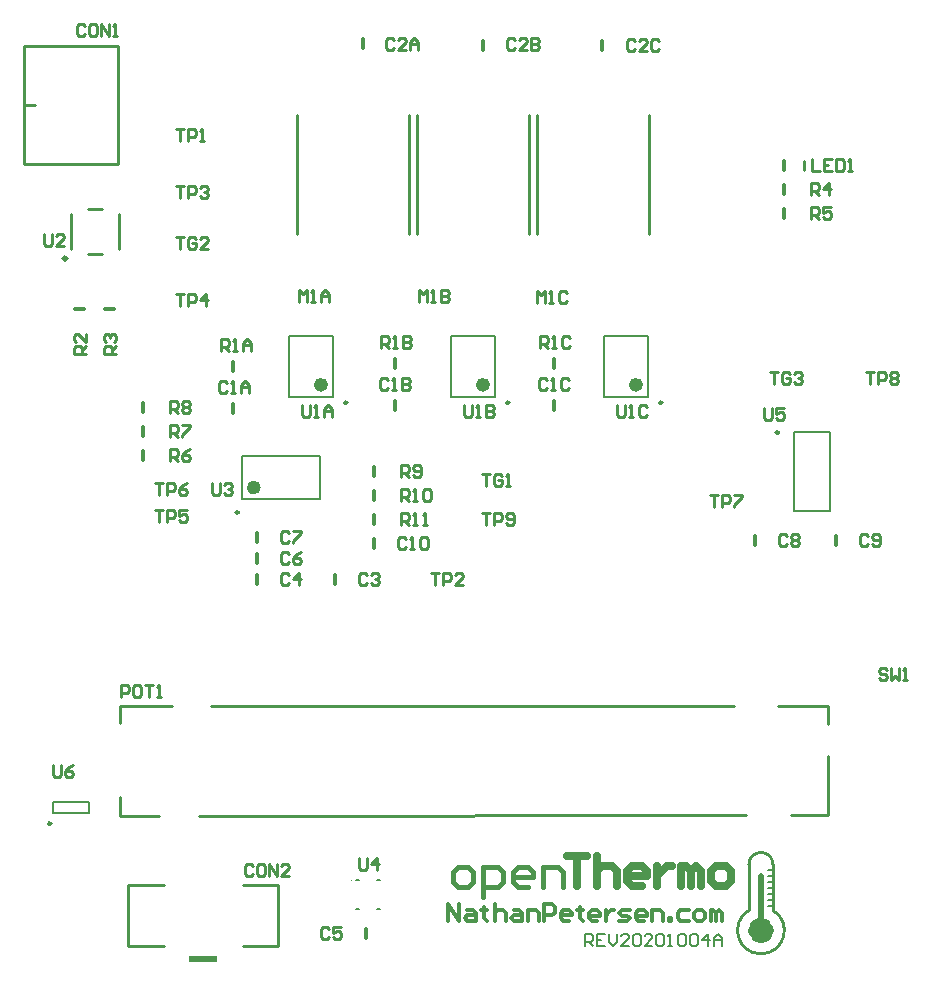
<source format=gto>
G04*
G04 #@! TF.GenerationSoftware,Altium Limited,Altium Designer,19.1.8 (144)*
G04*
G04 Layer_Color=65535*
%FSLAX25Y25*%
%MOIN*%
G70*
G01*
G75*
%ADD10C,0.00984*%
%ADD11C,0.00394*%
%ADD12C,0.02362*%
%ADD13C,0.01181*%
%ADD14C,0.01000*%
%ADD15C,0.04500*%
%ADD16C,0.00787*%
%ADD17C,0.01200*%
%ADD18C,0.00600*%
%ADD19C,0.02000*%
%ADD20C,0.02500*%
%ADD21C,0.00800*%
%ADD22C,0.01500*%
%ADD23R,0.09449X0.01968*%
D10*
X109406Y148685D02*
G03*
X109406Y148685I-492J0D01*
G01*
X351976Y278992D02*
G03*
X351976Y278992I-492J0D01*
G01*
X171925Y252386D02*
G03*
X171925Y252386I-492J0D01*
G01*
X313106Y288992D02*
G03*
X313106Y288992I-492J0D01*
G01*
X262106D02*
G03*
X262106Y288992I-492J0D01*
G01*
X208106D02*
G03*
X208106Y288992I-492J0D01*
G01*
D11*
X209488Y129724D02*
G03*
X209488Y129724I-197J0D01*
G01*
D12*
X178126Y260653D02*
G03*
X178126Y260653I-1181J0D01*
G01*
X305528Y294898D02*
G03*
X305528Y294898I-1181J0D01*
G01*
X254528D02*
G03*
X254528Y294898I-1181J0D01*
G01*
X200528D02*
G03*
X200528Y294898I-1181J0D01*
G01*
D13*
X114591Y337000D02*
G03*
X114591Y337000I-591J0D01*
G01*
D14*
X350000Y135000D02*
G03*
X342000Y135000I-4000J0D01*
G01*
Y119708D02*
G03*
X350000Y119708I4000J-6708D01*
G01*
X132049Y340094D02*
Y351905D01*
X121638Y353500D02*
X126362D01*
X115951Y340094D02*
Y351905D01*
X121638Y338500D02*
X126362D01*
X132283Y151102D02*
Y157402D01*
Y151102D02*
X145276D01*
X158661D02*
X340945Y151496D01*
X162598Y187716D02*
X337008D01*
X351575D02*
X368504D01*
Y181811D02*
Y187716D01*
X355906Y151496D02*
X368504D01*
Y171181D01*
X132283Y182205D02*
Y187716D01*
X149606D01*
X308701Y345315D02*
Y384685D01*
X271299Y345315D02*
Y384685D01*
X268701Y345315D02*
Y384685D01*
X231299Y345315D02*
Y384685D01*
X228701Y345315D02*
Y384685D01*
X191299Y345315D02*
Y384685D01*
X360287Y366500D02*
Y368000D01*
Y369500D01*
X135098Y128039D02*
X146909D01*
X135098Y107961D02*
X146909D01*
X173287D02*
X185098D01*
X173287Y128039D02*
X185098D01*
Y107961D02*
Y128039D01*
X135098Y107961D02*
Y128039D01*
X100252Y368473D02*
Y407842D01*
Y368473D02*
X131748D01*
X100252Y407842D02*
X131748D01*
Y368473D02*
Y407842D01*
X100252Y388158D02*
X104189D01*
X342000Y119708D02*
Y135000D01*
X350000Y119708D02*
Y135000D01*
X120666Y414332D02*
X119999Y414999D01*
X118667D01*
X118000Y414332D01*
Y411666D01*
X118667Y411000D01*
X119999D01*
X120666Y411666D01*
X123998Y414999D02*
X122665D01*
X121999Y414332D01*
Y411666D01*
X122665Y411000D01*
X123998D01*
X124664Y411666D01*
Y414332D01*
X123998Y414999D01*
X125997Y411000D02*
Y414999D01*
X128663Y411000D01*
Y414999D01*
X129996Y411000D02*
X131329D01*
X130663D01*
Y414999D01*
X129996Y414332D01*
X110000Y167999D02*
Y164666D01*
X110667Y164000D01*
X111999D01*
X112666Y164666D01*
Y167999D01*
X116665D02*
X115332Y167332D01*
X113999Y165999D01*
Y164666D01*
X114665Y164000D01*
X115998D01*
X116665Y164666D01*
Y165333D01*
X115998Y165999D01*
X113999D01*
X176666Y134332D02*
X175999Y134999D01*
X174667D01*
X174000Y134332D01*
Y131667D01*
X174667Y131000D01*
X175999D01*
X176666Y131667D01*
X179998Y134999D02*
X178665D01*
X177999Y134332D01*
Y131667D01*
X178665Y131000D01*
X179998D01*
X180665Y131667D01*
Y134332D01*
X179998Y134999D01*
X181997Y131000D02*
Y134999D01*
X184663Y131000D01*
Y134999D01*
X188662Y131000D02*
X185996D01*
X188662Y133666D01*
Y134332D01*
X187996Y134999D01*
X186663D01*
X185996Y134332D01*
X132622Y190732D02*
Y194731D01*
X134621D01*
X135288Y194064D01*
Y192732D01*
X134621Y192065D01*
X132622D01*
X138620Y194731D02*
X137287D01*
X136621Y194064D01*
Y191399D01*
X137287Y190732D01*
X138620D01*
X139287Y191399D01*
Y194064D01*
X138620Y194731D01*
X140620D02*
X143285D01*
X141952D01*
Y190732D01*
X144618D02*
X145951D01*
X145285D01*
Y194731D01*
X144618Y194064D01*
X212000Y136999D02*
Y133667D01*
X212666Y133000D01*
X213999D01*
X214666Y133667D01*
Y136999D01*
X217998Y133000D02*
Y136999D01*
X215999Y134999D01*
X218665D01*
X202166Y113332D02*
X201499Y113999D01*
X200167D01*
X199500Y113332D01*
Y110667D01*
X200167Y110000D01*
X201499D01*
X202166Y110667D01*
X206165Y113999D02*
X203499D01*
Y111999D01*
X204832Y112666D01*
X205498D01*
X206165Y111999D01*
Y110667D01*
X205498Y110000D01*
X204165D01*
X203499Y110667D01*
X192000Y322500D02*
Y326499D01*
X193333Y325166D01*
X194666Y326499D01*
Y322500D01*
X195999D02*
X197332D01*
X196665D01*
Y326499D01*
X195999Y325832D01*
X199331Y322500D02*
Y325166D01*
X200664Y326499D01*
X201997Y325166D01*
Y322500D01*
Y324499D01*
X199331D01*
X232000Y322500D02*
Y326499D01*
X233333Y325166D01*
X234666Y326499D01*
Y322500D01*
X235999D02*
X237332D01*
X236665D01*
Y326499D01*
X235999Y325832D01*
X239331Y326499D02*
Y322500D01*
X241330D01*
X241997Y323166D01*
Y323833D01*
X241330Y324499D01*
X239331D01*
X241330D01*
X241997Y325166D01*
Y325832D01*
X241330Y326499D01*
X239331D01*
X271500Y322000D02*
Y325999D01*
X272833Y324666D01*
X274166Y325999D01*
Y322000D01*
X275499D02*
X276832D01*
X276165D01*
Y325999D01*
X275499Y325332D01*
X281497D02*
X280830Y325999D01*
X279497D01*
X278831Y325332D01*
Y322666D01*
X279497Y322000D01*
X280830D01*
X281497Y322666D01*
X151000Y343999D02*
X153666D01*
X152333D01*
Y340000D01*
X157665Y343332D02*
X156998Y343999D01*
X155665D01*
X154999Y343332D01*
Y340666D01*
X155665Y340000D01*
X156998D01*
X157665Y340666D01*
Y341999D01*
X156332D01*
X161663Y340000D02*
X158997D01*
X161663Y342666D01*
Y343332D01*
X160997Y343999D01*
X159664D01*
X158997Y343332D01*
X349000Y298999D02*
X351666D01*
X350333D01*
Y295000D01*
X355664Y298332D02*
X354998Y298999D01*
X353665D01*
X352999Y298332D01*
Y295666D01*
X353665Y295000D01*
X354998D01*
X355664Y295666D01*
Y296999D01*
X354332D01*
X356997Y298332D02*
X357664Y298999D01*
X358997D01*
X359663Y298332D01*
Y297666D01*
X358997Y296999D01*
X358330D01*
X358997D01*
X359663Y296333D01*
Y295666D01*
X358997Y295000D01*
X357664D01*
X356997Y295666D01*
X253000Y264999D02*
X255666D01*
X254333D01*
Y261000D01*
X259665Y264332D02*
X258998Y264999D01*
X257665D01*
X256999Y264332D01*
Y261666D01*
X257665Y261000D01*
X258998D01*
X259665Y261666D01*
Y262999D01*
X258332D01*
X260997Y261000D02*
X262330D01*
X261664D01*
Y264999D01*
X260997Y264332D01*
X151000Y379999D02*
X153666D01*
X152333D01*
Y376000D01*
X154999D02*
Y379999D01*
X156998D01*
X157665Y379332D01*
Y377999D01*
X156998Y377333D01*
X154999D01*
X158997Y376000D02*
X160330D01*
X159664D01*
Y379999D01*
X158997Y379332D01*
X236000Y231999D02*
X238666D01*
X237333D01*
Y228000D01*
X239999D02*
Y231999D01*
X241998D01*
X242665Y231332D01*
Y229999D01*
X241998Y229333D01*
X239999D01*
X246663Y228000D02*
X243997D01*
X246663Y230666D01*
Y231332D01*
X245997Y231999D01*
X244664D01*
X243997Y231332D01*
X151000Y360999D02*
X153666D01*
X152333D01*
Y357000D01*
X154999D02*
Y360999D01*
X156998D01*
X157665Y360332D01*
Y358999D01*
X156998Y358333D01*
X154999D01*
X158997Y360332D02*
X159664Y360999D01*
X160997D01*
X161663Y360332D01*
Y359666D01*
X160997Y358999D01*
X160330D01*
X160997D01*
X161663Y358333D01*
Y357666D01*
X160997Y357000D01*
X159664D01*
X158997Y357666D01*
X151000Y324999D02*
X153666D01*
X152333D01*
Y321000D01*
X154999D02*
Y324999D01*
X156998D01*
X157665Y324332D01*
Y322999D01*
X156998Y322333D01*
X154999D01*
X160997Y321000D02*
Y324999D01*
X158997Y322999D01*
X161663D01*
X144000Y252999D02*
X146666D01*
X145333D01*
Y249000D01*
X147999D02*
Y252999D01*
X149998D01*
X150664Y252332D01*
Y250999D01*
X149998Y250333D01*
X147999D01*
X154663Y252999D02*
X151997D01*
Y250999D01*
X153330Y251666D01*
X153997D01*
X154663Y250999D01*
Y249666D01*
X153997Y249000D01*
X152664D01*
X151997Y249666D01*
X144000Y261999D02*
X146666D01*
X145333D01*
Y258000D01*
X147999D02*
Y261999D01*
X149998D01*
X150664Y261332D01*
Y259999D01*
X149998Y259333D01*
X147999D01*
X154663Y261999D02*
X153330Y261332D01*
X151997Y259999D01*
Y258666D01*
X152664Y258000D01*
X153997D01*
X154663Y258666D01*
Y259333D01*
X153997Y259999D01*
X151997D01*
X381000Y298999D02*
X383666D01*
X382333D01*
Y295000D01*
X384999D02*
Y298999D01*
X386998D01*
X387665Y298332D01*
Y296999D01*
X386998Y296333D01*
X384999D01*
X388997Y298332D02*
X389664Y298999D01*
X390997D01*
X391663Y298332D01*
Y297666D01*
X390997Y296999D01*
X391663Y296333D01*
Y295666D01*
X390997Y295000D01*
X389664D01*
X388997Y295666D01*
Y296333D01*
X389664Y296999D01*
X388997Y297666D01*
Y298332D01*
X389664Y296999D02*
X390997D01*
X329000Y257999D02*
X331666D01*
X330333D01*
Y254000D01*
X332999D02*
Y257999D01*
X334998D01*
X335665Y257332D01*
Y255999D01*
X334998Y255333D01*
X332999D01*
X336997Y257999D02*
X339663D01*
Y257332D01*
X336997Y254666D01*
Y254000D01*
X253000Y251999D02*
X255666D01*
X254333D01*
Y248000D01*
X256999D02*
Y251999D01*
X258998D01*
X259665Y251332D01*
Y249999D01*
X258998Y249333D01*
X256999D01*
X260997Y248666D02*
X261664Y248000D01*
X262997D01*
X263663Y248666D01*
Y251332D01*
X262997Y251999D01*
X261664D01*
X260997Y251332D01*
Y250666D01*
X261664Y249999D01*
X263663D01*
X214666Y231332D02*
X213999Y231999D01*
X212666D01*
X212000Y231332D01*
Y228666D01*
X212666Y228000D01*
X213999D01*
X214666Y228666D01*
X215999Y231332D02*
X216665Y231999D01*
X217998D01*
X218665Y231332D01*
Y230666D01*
X217998Y229999D01*
X217332D01*
X217998D01*
X218665Y229333D01*
Y228666D01*
X217998Y228000D01*
X216665D01*
X215999Y228666D01*
X149000Y269425D02*
Y273424D01*
X150999D01*
X151666Y272758D01*
Y271425D01*
X150999Y270758D01*
X149000D01*
X150333D02*
X151666Y269425D01*
X155665Y273424D02*
X154332Y272758D01*
X152999Y271425D01*
Y270092D01*
X153665Y269425D01*
X154998D01*
X155665Y270092D01*
Y270758D01*
X154998Y271425D01*
X152999D01*
X149000Y277425D02*
Y281424D01*
X150999D01*
X151666Y280757D01*
Y279425D01*
X150999Y278758D01*
X149000D01*
X150333D02*
X151666Y277425D01*
X152999Y281424D02*
X155665D01*
Y280757D01*
X152999Y278092D01*
Y277425D01*
X227666Y243332D02*
X226999Y243999D01*
X225666D01*
X225000Y243332D01*
Y240666D01*
X225666Y240000D01*
X226999D01*
X227666Y240666D01*
X228999Y240000D02*
X230332D01*
X229665D01*
Y243999D01*
X228999Y243332D01*
X232331D02*
X232997Y243999D01*
X234330D01*
X234997Y243332D01*
Y240666D01*
X234330Y240000D01*
X232997D01*
X232331Y240666D01*
Y243332D01*
X226000Y248000D02*
Y251999D01*
X227999D01*
X228666Y251332D01*
Y249999D01*
X227999Y249333D01*
X226000D01*
X227333D02*
X228666Y248000D01*
X229999D02*
X231332D01*
X230665D01*
Y251999D01*
X229999Y251332D01*
X233331Y248000D02*
X234664D01*
X233997D01*
Y251999D01*
X233331Y251332D01*
X226000Y256000D02*
Y259999D01*
X227999D01*
X228666Y259332D01*
Y257999D01*
X227999Y257333D01*
X226000D01*
X227333D02*
X228666Y256000D01*
X229999D02*
X231332D01*
X230665D01*
Y259999D01*
X229999Y259332D01*
X233331D02*
X233997Y259999D01*
X235330D01*
X235997Y259332D01*
Y256666D01*
X235330Y256000D01*
X233997D01*
X233331Y256666D01*
Y259332D01*
X226000Y264000D02*
Y267999D01*
X227999D01*
X228666Y267332D01*
Y265999D01*
X227999Y265333D01*
X226000D01*
X227333D02*
X228666Y264000D01*
X229999Y264666D02*
X230665Y264000D01*
X231998D01*
X232664Y264666D01*
Y267332D01*
X231998Y267999D01*
X230665D01*
X229999Y267332D01*
Y266666D01*
X230665Y265999D01*
X232664D01*
X381666Y244332D02*
X380999Y244999D01*
X379666D01*
X379000Y244332D01*
Y241666D01*
X379666Y241000D01*
X380999D01*
X381666Y241666D01*
X382999D02*
X383665Y241000D01*
X384998D01*
X385665Y241666D01*
Y244332D01*
X384998Y244999D01*
X383665D01*
X382999Y244332D01*
Y243666D01*
X383665Y242999D01*
X385665D01*
X354666Y244332D02*
X353999Y244999D01*
X352666D01*
X352000Y244332D01*
Y241666D01*
X352666Y241000D01*
X353999D01*
X354666Y241666D01*
X355999Y244332D02*
X356665Y244999D01*
X357998D01*
X358664Y244332D01*
Y243666D01*
X357998Y242999D01*
X358664Y242333D01*
Y241666D01*
X357998Y241000D01*
X356665D01*
X355999Y241666D01*
Y242333D01*
X356665Y242999D01*
X355999Y243666D01*
Y244332D01*
X356665Y242999D02*
X357998D01*
X121000Y305000D02*
X117001D01*
Y306999D01*
X117668Y307666D01*
X119001D01*
X119667Y306999D01*
Y305000D01*
Y306333D02*
X121000Y307666D01*
Y311665D02*
Y308999D01*
X118334Y311665D01*
X117668D01*
X117001Y310998D01*
Y309665D01*
X117668Y308999D01*
X131000Y305000D02*
X127001D01*
Y306999D01*
X127668Y307666D01*
X129001D01*
X129667Y306999D01*
Y305000D01*
Y306333D02*
X131000Y307666D01*
X127668Y308999D02*
X127001Y309665D01*
Y310998D01*
X127668Y311665D01*
X128334D01*
X129001Y310998D01*
Y310332D01*
Y310998D01*
X129667Y311665D01*
X130333D01*
X131000Y310998D01*
Y309665D01*
X130333Y308999D01*
X188666Y231332D02*
X187999Y231999D01*
X186667D01*
X186000Y231332D01*
Y228666D01*
X186667Y228000D01*
X187999D01*
X188666Y228666D01*
X191998Y228000D02*
Y231999D01*
X189999Y229999D01*
X192665D01*
X188666Y238332D02*
X187999Y238999D01*
X186667D01*
X186000Y238332D01*
Y235666D01*
X186667Y235000D01*
X187999D01*
X188666Y235666D01*
X192665Y238999D02*
X191332Y238332D01*
X189999Y236999D01*
Y235666D01*
X190665Y235000D01*
X191998D01*
X192665Y235666D01*
Y236333D01*
X191998Y236999D01*
X189999D01*
X188666Y245332D02*
X187999Y245999D01*
X186667D01*
X186000Y245332D01*
Y242666D01*
X186667Y242000D01*
X187999D01*
X188666Y242666D01*
X189999Y245999D02*
X192665D01*
Y245332D01*
X189999Y242666D01*
Y242000D01*
X149000Y285425D02*
Y289424D01*
X150999D01*
X151666Y288757D01*
Y287424D01*
X150999Y286758D01*
X149000D01*
X150333D02*
X151666Y285425D01*
X152999Y288757D02*
X153665Y289424D01*
X154998D01*
X155665Y288757D01*
Y288091D01*
X154998Y287424D01*
X155665Y286758D01*
Y286092D01*
X154998Y285425D01*
X153665D01*
X152999Y286092D01*
Y286758D01*
X153665Y287424D01*
X152999Y288091D01*
Y288757D01*
X153665Y287424D02*
X154998D01*
X362575Y350000D02*
Y353999D01*
X364574D01*
X365241Y353332D01*
Y351999D01*
X364574Y351333D01*
X362575D01*
X363908D02*
X365241Y350000D01*
X369239Y353999D02*
X366574D01*
Y351999D01*
X367906Y352666D01*
X368573D01*
X369239Y351999D01*
Y350666D01*
X368573Y350000D01*
X367240D01*
X366574Y350666D01*
X362787Y358000D02*
Y361999D01*
X364787D01*
X365453Y361332D01*
Y359999D01*
X364787Y359333D01*
X362787D01*
X364120D02*
X365453Y358000D01*
X368786D02*
Y361999D01*
X366786Y359999D01*
X369452D01*
X363134Y369999D02*
Y366000D01*
X365800D01*
X369798Y369999D02*
X367133D01*
Y366000D01*
X369798D01*
X367133Y367999D02*
X368465D01*
X371131Y369999D02*
Y366000D01*
X373131D01*
X373797Y366666D01*
Y369332D01*
X373131Y369999D01*
X371131D01*
X375130Y366000D02*
X376463D01*
X375796D01*
Y369999D01*
X375130Y369332D01*
X163000Y261999D02*
Y258666D01*
X163666Y258000D01*
X164999D01*
X165666Y258666D01*
Y261999D01*
X166999Y261332D02*
X167665Y261999D01*
X168998D01*
X169665Y261332D01*
Y260666D01*
X168998Y259999D01*
X168332D01*
X168998D01*
X169665Y259333D01*
Y258666D01*
X168998Y258000D01*
X167665D01*
X166999Y258666D01*
X107000Y344999D02*
Y341666D01*
X107667Y341000D01*
X108999D01*
X109666Y341666D01*
Y344999D01*
X113664Y341000D02*
X110999D01*
X113664Y343666D01*
Y344332D01*
X112998Y344999D01*
X111665D01*
X110999Y344332D01*
X221666Y296332D02*
X220999Y296999D01*
X219666D01*
X219000Y296332D01*
Y293666D01*
X219666Y293000D01*
X220999D01*
X221666Y293666D01*
X222999Y293000D02*
X224332D01*
X223665D01*
Y296999D01*
X222999Y296332D01*
X226331Y296999D02*
Y293000D01*
X228330D01*
X228997Y293666D01*
Y294333D01*
X228330Y294999D01*
X226331D01*
X228330D01*
X228997Y295666D01*
Y296332D01*
X228330Y296999D01*
X226331D01*
X166000Y306000D02*
Y309999D01*
X167999D01*
X168666Y309332D01*
Y307999D01*
X167999Y307333D01*
X166000D01*
X167333D02*
X168666Y306000D01*
X169999D02*
X171332D01*
X170665D01*
Y309999D01*
X169999Y309332D01*
X173331Y306000D02*
Y308666D01*
X174664Y309999D01*
X175997Y308666D01*
Y306000D01*
Y307999D01*
X173331D01*
X274666Y296332D02*
X273999Y296999D01*
X272666D01*
X272000Y296332D01*
Y293666D01*
X272666Y293000D01*
X273999D01*
X274666Y293666D01*
X275999Y293000D02*
X277332D01*
X276665D01*
Y296999D01*
X275999Y296332D01*
X281997D02*
X281330Y296999D01*
X279997D01*
X279331Y296332D01*
Y293666D01*
X279997Y293000D01*
X281330D01*
X281997Y293666D01*
X304166Y409332D02*
X303499Y409999D01*
X302166D01*
X301500Y409332D01*
Y406666D01*
X302166Y406000D01*
X303499D01*
X304166Y406666D01*
X308165Y406000D02*
X305499D01*
X308165Y408666D01*
Y409332D01*
X307498Y409999D01*
X306165D01*
X305499Y409332D01*
X312163D02*
X311497Y409999D01*
X310164D01*
X309497Y409332D01*
Y406666D01*
X310164Y406000D01*
X311497D01*
X312163Y406666D01*
X264166Y409832D02*
X263499Y410499D01*
X262166D01*
X261500Y409832D01*
Y407166D01*
X262166Y406500D01*
X263499D01*
X264166Y407166D01*
X268164Y406500D02*
X265499D01*
X268164Y409166D01*
Y409832D01*
X267498Y410499D01*
X266165D01*
X265499Y409832D01*
X269497Y410499D02*
Y406500D01*
X271497D01*
X272163Y407166D01*
Y407833D01*
X271497Y408499D01*
X269497D01*
X271497D01*
X272163Y409166D01*
Y409832D01*
X271497Y410499D01*
X269497D01*
X193000Y287999D02*
Y284666D01*
X193667Y284000D01*
X194999D01*
X195666Y284666D01*
Y287999D01*
X196999Y284000D02*
X198332D01*
X197665D01*
Y287999D01*
X196999Y287332D01*
X200331Y284000D02*
Y286666D01*
X201664Y287999D01*
X202997Y286666D01*
Y284000D01*
Y285999D01*
X200331D01*
X247000Y287999D02*
Y284666D01*
X247666Y284000D01*
X248999D01*
X249666Y284666D01*
Y287999D01*
X250999Y284000D02*
X252332D01*
X251665D01*
Y287999D01*
X250999Y287332D01*
X254331Y287999D02*
Y284000D01*
X256330D01*
X256997Y284666D01*
Y285333D01*
X256330Y285999D01*
X254331D01*
X256330D01*
X256997Y286666D01*
Y287332D01*
X256330Y287999D01*
X254331D01*
X298000D02*
Y284666D01*
X298666Y284000D01*
X299999D01*
X300666Y284666D01*
Y287999D01*
X301999Y284000D02*
X303332D01*
X302665D01*
Y287999D01*
X301999Y287332D01*
X307997D02*
X307330Y287999D01*
X305997D01*
X305331Y287332D01*
Y284666D01*
X305997Y284000D01*
X307330D01*
X307997Y284666D01*
X223666Y409832D02*
X222999Y410499D01*
X221666D01*
X221000Y409832D01*
Y407166D01*
X221666Y406500D01*
X222999D01*
X223666Y407166D01*
X227664Y406500D02*
X224999D01*
X227664Y409166D01*
Y409832D01*
X226998Y410499D01*
X225665D01*
X224999Y409832D01*
X228997Y406500D02*
Y409166D01*
X230330Y410499D01*
X231663Y409166D01*
Y406500D01*
Y408499D01*
X228997D01*
X272350Y307250D02*
Y311249D01*
X274349D01*
X275016Y310582D01*
Y309249D01*
X274349Y308583D01*
X272350D01*
X273683D02*
X275016Y307250D01*
X276349D02*
X277682D01*
X277015D01*
Y311249D01*
X276349Y310582D01*
X282347D02*
X281680Y311249D01*
X280347D01*
X279681Y310582D01*
Y307916D01*
X280347Y307250D01*
X281680D01*
X282347Y307916D01*
X219350Y307250D02*
Y311249D01*
X221349D01*
X222016Y310582D01*
Y309249D01*
X221349Y308583D01*
X219350D01*
X220683D02*
X222016Y307250D01*
X223349D02*
X224682D01*
X224015D01*
Y311249D01*
X223349Y310582D01*
X226681Y311249D02*
Y307250D01*
X228680D01*
X229347Y307916D01*
Y308583D01*
X228680Y309249D01*
X226681D01*
X228680D01*
X229347Y309916D01*
Y310582D01*
X228680Y311249D01*
X226681D01*
X168066Y295632D02*
X167399Y296299D01*
X166067D01*
X165400Y295632D01*
Y292966D01*
X166067Y292300D01*
X167399D01*
X168066Y292966D01*
X169399Y292300D02*
X170732D01*
X170065D01*
Y296299D01*
X169399Y295632D01*
X172731Y292300D02*
Y294966D01*
X174064Y296299D01*
X175397Y294966D01*
Y292300D01*
Y294299D01*
X172731D01*
X388166Y199732D02*
X387499Y200399D01*
X386166D01*
X385500Y199732D01*
Y199066D01*
X386166Y198399D01*
X387499D01*
X388166Y197733D01*
Y197066D01*
X387499Y196400D01*
X386166D01*
X385500Y197066D01*
X389499Y200399D02*
Y196400D01*
X390832Y197733D01*
X392164Y196400D01*
Y200399D01*
X393497Y196400D02*
X394830D01*
X394164D01*
Y200399D01*
X393497Y199732D01*
X347150Y287249D02*
Y283916D01*
X347816Y283250D01*
X349149D01*
X349816Y283916D01*
Y287249D01*
X353815D02*
X351149D01*
Y285249D01*
X352482Y285916D01*
X353148D01*
X353815Y285249D01*
Y283916D01*
X353148Y283250D01*
X351815D01*
X351149Y283916D01*
D15*
X348000Y113000D02*
G03*
X348000Y113000I-2000J0D01*
G01*
D16*
X122102Y152228D02*
Y155772D01*
X109898Y152228D02*
Y155772D01*
X122102D01*
X109898Y152228D02*
X122102D01*
X356898Y252811D02*
X369102D01*
X356898Y279189D02*
X369102D01*
Y252811D02*
Y279189D01*
X356898Y252811D02*
Y279189D01*
X217933Y120276D02*
X219134D01*
X210866D02*
X212067D01*
X217933Y129724D02*
X219134D01*
X210866D02*
X212067D01*
X173008Y256716D02*
X198992D01*
X173008Y271284D02*
X198992D01*
X173008Y256716D02*
Y271284D01*
X198992Y256716D02*
Y271284D01*
X293717Y311039D02*
X308283D01*
X293717Y290961D02*
X308283D01*
X293717D02*
Y311039D01*
X308283Y290961D02*
Y311039D01*
X242717D02*
X257283D01*
X242717Y290961D02*
X257283D01*
X242717D02*
Y311039D01*
X257283Y290961D02*
Y311039D01*
X188716D02*
X203284D01*
X188716Y290961D02*
X203284D01*
X188716D02*
Y311039D01*
X203284Y290961D02*
Y311039D01*
D17*
X217000Y248500D02*
Y251500D01*
Y256500D02*
Y259500D01*
Y264500D02*
Y267500D01*
X140000Y285925D02*
Y288925D01*
Y277925D02*
Y280925D01*
Y269925D02*
Y272925D01*
X353575Y350500D02*
Y353500D01*
X353787Y358500D02*
Y361500D01*
X127500Y320000D02*
X130500D01*
X117500D02*
X120500D01*
X277000Y300500D02*
Y303500D01*
X224000Y300500D02*
Y303500D01*
X170000Y299500D02*
Y302500D01*
X353787Y368000D02*
Y369500D01*
Y366500D02*
Y368000D01*
X217000Y240500D02*
Y243500D01*
X371000Y241500D02*
Y244500D01*
X344000Y241500D02*
Y244500D01*
X178000Y242500D02*
Y245500D01*
Y235500D02*
Y238500D01*
X214500Y110500D02*
Y113500D01*
X178000Y228500D02*
Y231500D01*
X204000Y228500D02*
Y231500D01*
X293000Y406500D02*
Y409500D01*
X253500Y406500D02*
Y409500D01*
X213500Y407000D02*
Y410000D01*
X277000Y286500D02*
Y289500D01*
X224000Y286500D02*
Y289500D01*
X170000Y285500D02*
Y288500D01*
X321866Y119782D02*
X319116D01*
X318200Y118866D01*
Y117033D01*
X319116Y116116D01*
X321866D01*
X324615D02*
X326447D01*
X327364Y117033D01*
Y118866D01*
X326447Y119782D01*
X324615D01*
X323698Y118866D01*
Y117033D01*
X324615Y116116D01*
X329196D02*
Y119782D01*
X330113D01*
X331029Y118866D01*
Y116116D01*
Y118866D01*
X331946Y119782D01*
X332862Y118866D01*
Y116116D01*
X291449D02*
X289616D01*
X288700Y117033D01*
Y118866D01*
X289616Y119782D01*
X291449D01*
X292366Y118866D01*
Y117949D01*
X288700D01*
X294198Y119782D02*
Y116116D01*
Y117949D01*
X295115Y118866D01*
X296031Y119782D01*
X296947D01*
X241700Y116200D02*
Y121698D01*
X245366Y116200D01*
Y121698D01*
X248115Y119866D02*
X249947D01*
X250864Y118949D01*
Y116200D01*
X248115D01*
X247198Y117116D01*
X248115Y118033D01*
X250864D01*
X253613Y120782D02*
Y119866D01*
X252696D01*
X254529D01*
X253613D01*
Y117116D01*
X254529Y116200D01*
X257278Y121698D02*
Y116200D01*
Y118949D01*
X258195Y119866D01*
X260027D01*
X260944Y118949D01*
Y116200D01*
X263693Y119866D02*
X265526D01*
X266442Y118949D01*
Y116200D01*
X263693D01*
X262776Y117116D01*
X263693Y118033D01*
X266442D01*
X268275Y116200D02*
Y119866D01*
X271024D01*
X271940Y118949D01*
Y116200D01*
X273773D02*
Y121698D01*
X276522D01*
X277438Y120782D01*
Y118949D01*
X276522Y118033D01*
X273773D01*
X282020Y116200D02*
X280188D01*
X279271Y117116D01*
Y118949D01*
X280188Y119866D01*
X282020D01*
X282937Y118949D01*
Y118033D01*
X279271D01*
X285686Y120782D02*
Y119866D01*
X284769D01*
X286602D01*
X285686D01*
Y117116D01*
X286602Y116200D01*
X298700Y116116D02*
X301449D01*
X302365Y117033D01*
X301449Y117949D01*
X299616D01*
X298700Y118866D01*
X299616Y119782D01*
X302365D01*
X306947Y116116D02*
X305115D01*
X304198Y117033D01*
Y118866D01*
X305115Y119782D01*
X306947D01*
X307864Y118866D01*
Y117949D01*
X304198D01*
X309696Y116116D02*
Y119782D01*
X312446D01*
X313362Y118866D01*
Y116116D01*
X315195D02*
Y117033D01*
X316111D01*
Y116116D01*
X315195D01*
D18*
X348500Y133000D02*
X350000D01*
X348500Y121000D02*
X350000D01*
X348500Y123000D02*
X350000D01*
X348500Y125000D02*
X350000D01*
X348500Y127000D02*
X350000D01*
X348500Y129000D02*
X350000D01*
X348500Y131000D02*
X350000D01*
D19*
X346000Y113000D02*
Y131000D01*
D20*
X281487Y137829D02*
X288152D01*
X284819D01*
Y127832D01*
X291484Y137829D02*
Y127832D01*
Y132831D01*
X293150Y134497D01*
X296482D01*
X298148Y132831D01*
Y127832D01*
X306479D02*
X303147D01*
X301481Y129498D01*
Y132831D01*
X303147Y134497D01*
X306479D01*
X308145Y132831D01*
Y131165D01*
X301481D01*
X311477Y134497D02*
Y127832D01*
Y131165D01*
X313143Y132831D01*
X314810Y134497D01*
X316476D01*
X319474Y127832D02*
Y134497D01*
X321140D01*
X322806Y132831D01*
Y127832D01*
Y132831D01*
X324472Y134497D01*
X326139Y132831D01*
Y127832D01*
X331137D02*
X334469D01*
X336135Y129498D01*
Y132831D01*
X334469Y134497D01*
X331137D01*
X329471Y132831D01*
Y129498D01*
X331137Y127832D01*
D21*
X287200Y107700D02*
Y111699D01*
X289199D01*
X289866Y111032D01*
Y109699D01*
X289199Y109033D01*
X287200D01*
X288533D02*
X289866Y107700D01*
X293864Y111699D02*
X291199D01*
Y107700D01*
X293864D01*
X291199Y109699D02*
X292532D01*
X295197Y111699D02*
Y109033D01*
X296530Y107700D01*
X297863Y109033D01*
Y111699D01*
X301862Y107700D02*
X299196D01*
X301862Y110366D01*
Y111032D01*
X301196Y111699D01*
X299863D01*
X299196Y111032D01*
X303195D02*
X303861Y111699D01*
X305194D01*
X305861Y111032D01*
Y108367D01*
X305194Y107700D01*
X303861D01*
X303195Y108367D01*
Y111032D01*
X309859Y107700D02*
X307194D01*
X309859Y110366D01*
Y111032D01*
X309193Y111699D01*
X307860D01*
X307194Y111032D01*
X311192D02*
X311859Y111699D01*
X313192D01*
X313858Y111032D01*
Y108367D01*
X313192Y107700D01*
X311859D01*
X311192Y108367D01*
Y111032D01*
X315191Y107700D02*
X316524D01*
X315857D01*
Y111699D01*
X315191Y111032D01*
X318523D02*
X319190Y111699D01*
X320523D01*
X321189Y111032D01*
Y108367D01*
X320523Y107700D01*
X319190D01*
X318523Y108367D01*
Y111032D01*
X322522D02*
X323188Y111699D01*
X324521D01*
X325188Y111032D01*
Y108367D01*
X324521Y107700D01*
X323188D01*
X322522Y108367D01*
Y111032D01*
X328520Y107700D02*
Y111699D01*
X326521Y109699D01*
X329187D01*
X330519Y107700D02*
Y110366D01*
X331852Y111699D01*
X333185Y110366D01*
Y107700D01*
Y109699D01*
X330519D01*
D22*
X245166Y127432D02*
X248498D01*
X250165Y129098D01*
Y132431D01*
X248498Y134097D01*
X245166D01*
X243500Y132431D01*
Y129098D01*
X245166Y127432D01*
X253497Y124100D02*
Y134097D01*
X258495D01*
X260161Y132431D01*
Y129098D01*
X258495Y127432D01*
X253497D01*
X268492D02*
X265160D01*
X263493Y129098D01*
Y132431D01*
X265160Y134097D01*
X268492D01*
X270158Y132431D01*
Y130764D01*
X263493D01*
X273490Y127432D02*
Y134097D01*
X278489D01*
X280155Y132431D01*
Y127432D01*
D23*
X160000Y103630D02*
D03*
M02*

</source>
